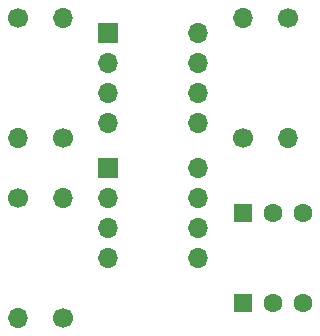
<source format=gbr>
%TF.GenerationSoftware,KiCad,Pcbnew,(5.1.6)-1*%
%TF.CreationDate,2021-12-03T10:29:43-08:00*%
%TF.ProjectId,Speeduino Dual Opto Board,53706565-6475-4696-9e6f-204475616c20,rev?*%
%TF.SameCoordinates,Original*%
%TF.FileFunction,Soldermask,Top*%
%TF.FilePolarity,Negative*%
%FSLAX46Y46*%
G04 Gerber Fmt 4.6, Leading zero omitted, Abs format (unit mm)*
G04 Created by KiCad (PCBNEW (5.1.6)-1) date 2021-12-03 10:29:43*
%MOMM*%
%LPD*%
G01*
G04 APERTURE LIST*
%ADD10O,1.700000X1.700000*%
%ADD11R,1.700000X1.700000*%
%ADD12C,1.700000*%
%ADD13R,1.600000X1.600000*%
%ADD14C,1.600000*%
G04 APERTURE END LIST*
D10*
%TO.C,U1*%
X162560000Y-68580000D03*
X154940000Y-76200000D03*
X162560000Y-71120000D03*
X154940000Y-73660000D03*
X162560000Y-73660000D03*
X154940000Y-71120000D03*
X162560000Y-76200000D03*
D11*
X154940000Y-68580000D03*
%TD*%
D10*
%TO.C,R6*%
X147320000Y-92710000D03*
D12*
X147320000Y-82550000D03*
%TD*%
D10*
%TO.C,R5*%
X170180000Y-77470000D03*
D12*
X170180000Y-67310000D03*
%TD*%
D10*
%TO.C,R4*%
X151130000Y-82550000D03*
D12*
X151130000Y-92710000D03*
%TD*%
D10*
%TO.C,R3*%
X166370000Y-67310000D03*
D12*
X166370000Y-77470000D03*
%TD*%
D10*
%TO.C,R2*%
X147320000Y-77470000D03*
D12*
X147320000Y-67310000D03*
%TD*%
D10*
%TO.C,R1*%
X151130000Y-67310000D03*
D12*
X151130000Y-77470000D03*
%TD*%
D13*
%TO.C,Q2*%
X166370000Y-91440000D03*
D14*
X171450000Y-91440000D03*
X168910000Y-91440000D03*
%TD*%
D13*
%TO.C,Q1*%
X166370000Y-83820000D03*
D14*
X171450000Y-83820000D03*
X168910000Y-83820000D03*
%TD*%
D10*
%TO.C,J1*%
X162560000Y-80010000D03*
X154940000Y-87630000D03*
X162560000Y-82550000D03*
X154940000Y-85090000D03*
X162560000Y-85090000D03*
X154940000Y-82550000D03*
X162560000Y-87630000D03*
D11*
X154940000Y-80010000D03*
%TD*%
M02*

</source>
